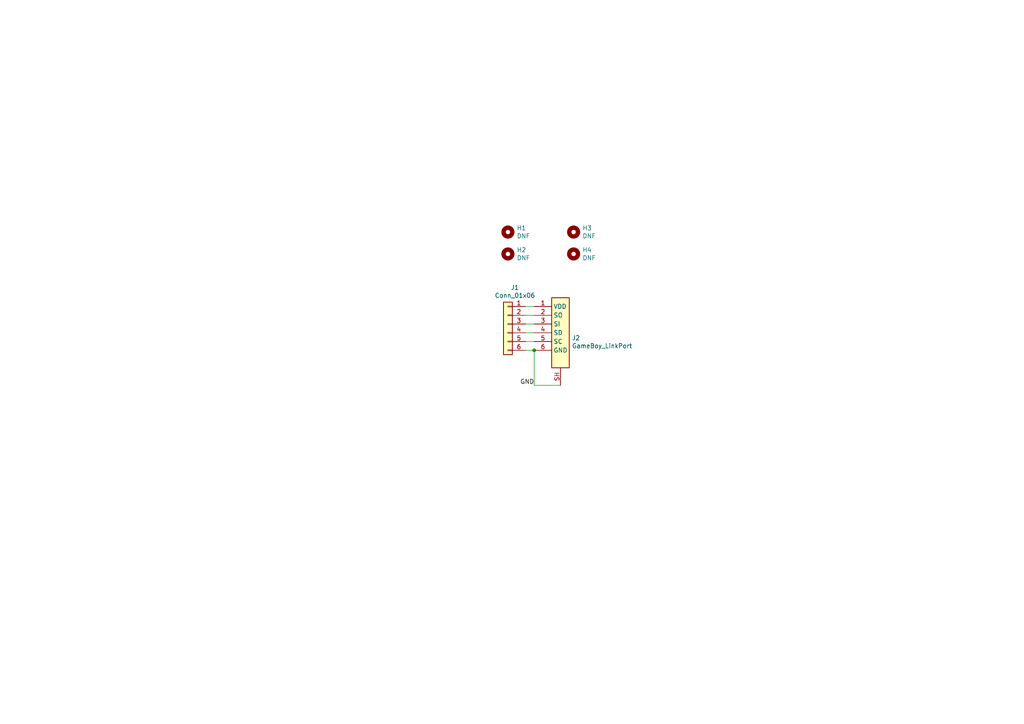
<source format=kicad_sch>
(kicad_sch (version 20211123) (generator eeschema)
  (paper "A4")
  (title_block (title "GB-BRK-LINK-A") (rev "v1.0") (company "https://gekkio.fi"))
  (lib_symbols
    (symbol "Connector_Generic:Conn_01x06" (pin_names (offset 1.016) hide)
      (property "Reference" "J" (at 0 7.62 0))
      (property "Value" "Conn_01x06" (at 0 -10.16 0))
      (symbol "Conn_01x06_1_1"
        (rectangle (start -1.27 -7.493) (end 0 -7.747) (stroke (width 0.1524)))
        (rectangle (start -1.27 -4.953) (end 0 -5.207) (stroke (width 0.1524)))
        (rectangle (start -1.27 -2.413) (end 0 -2.667) (stroke (width 0.1524)))
        (rectangle (start -1.27 0.127) (end 0 -0.127) (stroke (width 0.1524)))
        (rectangle (start -1.27 2.667) (end 0 2.413) (stroke (width 0.1524)))
        (rectangle (start -1.27 5.207) (end 0 4.953) (stroke (width 0.1524)))
        (rectangle (start -1.27 6.35) (end 1.27 -8.89) (stroke (width 0.254)) (fill (type background)))
        (pin passive line (at -5.08 5.08 0) (length 3.81) (name "Pin_1") (number "1"))
        (pin passive line (at -5.08 2.54 0) (length 3.81) (name "Pin_2") (number "2"))
        (pin passive line (at -5.08 0 0) (length 3.81) (name "Pin_3") (number "3"))
        (pin passive line (at -5.08 -2.54 0) (length 3.81) (name "Pin_4") (number "4"))
        (pin passive line (at -5.08 -5.08 0) (length 3.81) (name "Pin_5") (number "5"))
        (pin passive line (at -5.08 -7.62 0) (length 3.81) (name "Pin_6") (number "6"))
      )
    )
    (symbol "Gekkio_Connector_Specialized:GameBoy_LinkPort"
      (property "Reference" "J" (at 0 15.24 0))
      (property "Value" "GameBoy_LinkPort" (at 0 12.7 0))
      (symbol "GameBoy_LinkPort_0_1"
        (rectangle (start -2.54 10.16) (end 2.54 -10.16) (stroke (width 0.254)) (fill (type background)))
      )
      (symbol "GameBoy_LinkPort_1_1"
        (pin passive line (at -7.62 7.62 0) (length 5.08) (name "VDD") (number "1"))
        (pin passive line (at -7.62 5.08 0) (length 5.08) (name "SO") (number "2"))
        (pin passive line (at -7.62 2.54 0) (length 5.08) (name "SI") (number "3"))
        (pin passive line (at -7.62 0 0) (length 5.08) (name "SD") (number "4"))
        (pin passive line (at -7.62 -2.54 0) (length 5.08) (name "SC") (number "5"))
        (pin passive line (at -7.62 -5.08 0) (length 5.08) (name "GND") (number "6"))
        (pin passive line (at 0 -15.24 90) (length 5.08) (name "~") (number "SH"))
      )
    )
    (symbol "Mechanical:MountingHole" (pin_names (offset 1.016))
      (property "Reference" "H" (at 0 5.08 0))
      (property "Value" "MountingHole" (at 0 3.175 0))
      (symbol "MountingHole_0_1"
        (circle (center 0 0) (radius 1.27) (stroke (width 1.27)))
      )
    )
  )
  (junction (at 154.94 101.6))
  (wire (pts (xy 152.4 88.9) (xy 154.94 88.9)))
  (wire (pts (xy 152.4 93.98) (xy 154.94 93.98)))
  (wire (pts (xy 152.4 101.6) (xy 154.94 101.6)))
  (wire (pts (xy 154.94 101.6) (xy 154.94 111.76)))
  (wire (pts (xy 152.4 99.06) (xy 154.94 99.06)))
  (wire (pts (xy 152.4 96.52) (xy 154.94 96.52)))
  (wire (pts (xy 152.4 91.44) (xy 154.94 91.44)))
  (wire (pts (xy 154.94 111.76) (xy 162.56 111.76)))
  (label "GND" (at 154.94 111.76 180))
  (symbol (lib_id "Gekkio_Connector_Specialized:GameBoy_LinkPort") (at 162.56 96.52 0) (unit 1)
    (property "Reference" "J2" (at 165.862 98.0186 0) (effects (justify left)))
    (property "Value" "GameBoy_LinkPort" (at 165.862 100.33 0) (effects (justify left)))
    (property "Footprint" "Gekkio_Connector:GameBoy_LinkPort_DMG_Horizontal" (effects hide))
  )
  (symbol (lib_id "Connector_Generic:Conn_01x06") (at 147.32 93.98 0) (mirror y) (unit 1)
    (property "Reference" "J1" (at 149.352 83.3882 0))
    (property "Value" "Conn_01x06" (at 149.352 85.6996 0))
    (property "Footprint" "Connector_PinHeader_2.54mm:PinHeader_1x06_P2.54mm_Vertical" (effects hide))
  )
  (symbol (lib_id "Mechanical:MountingHole") (at 147.32 67.31 0) (unit 1)
    (property "Reference" "H1" (at 149.86 66.1416 0) (effects (justify left)))
    (property "Value" "DNF" (at 149.86 68.453 0) (effects (justify left)))
    (property "Footprint" "MountingHole:MountingHole_3.2mm_M3" (effects hide))
  )
  (symbol (lib_id "Mechanical:MountingHole") (at 147.32 73.66 0) (unit 1)
    (property "Reference" "H2" (at 149.86 72.4916 0) (effects (justify left)))
    (property "Value" "DNF" (at 149.86 74.803 0) (effects (justify left)))
    (property "Footprint" "MountingHole:MountingHole_3.2mm_M3" (effects hide))
  )
  (symbol (lib_id "Mechanical:MountingHole") (at 166.37 67.31 0) (unit 1)
    (property "Reference" "H3" (at 168.91 66.1416 0) (effects (justify left)))
    (property "Value" "DNF" (at 168.91 68.453 0) (effects (justify left)))
    (property "Footprint" "MountingHole:MountingHole_3.2mm_M3" (effects hide))
  )
  (symbol (lib_id "Mechanical:MountingHole") (at 166.37 73.66 0) (unit 1)
    (property "Reference" "H4" (at 168.91 72.4916 0) (effects (justify left)))
    (property "Value" "DNF" (at 168.91 74.803 0) (effects (justify left)))
    (property "Footprint" "MountingHole:MountingHole_3.2mm_M3" (effects hide))
  )
)
</source>
